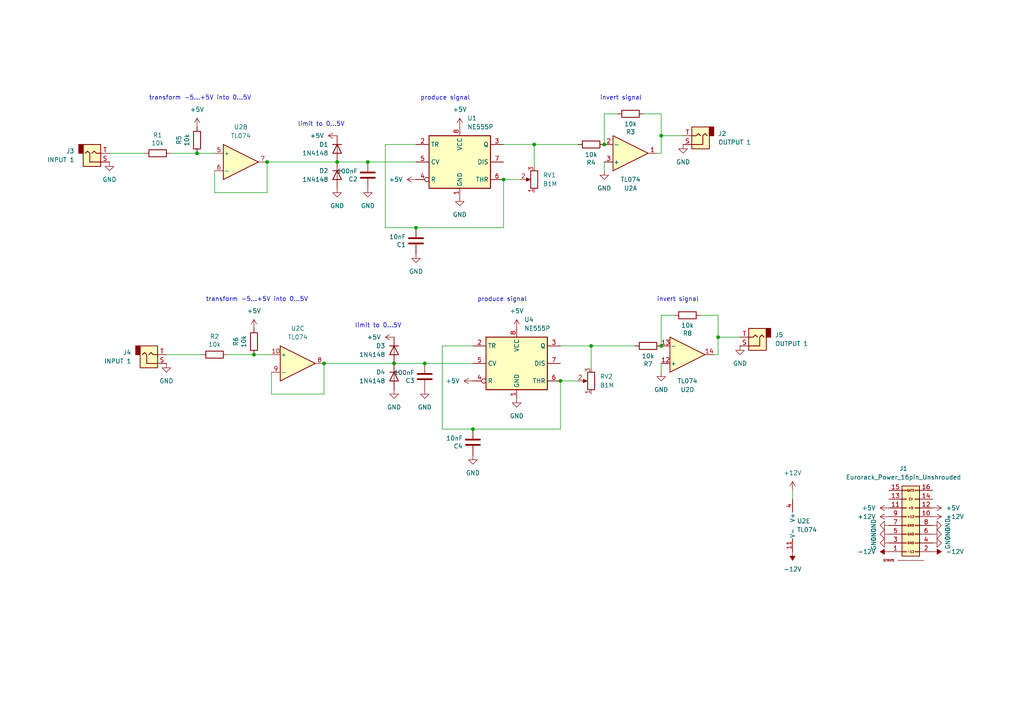
<source format=kicad_sch>
(kicad_sch (version 20230121) (generator eeschema)
  (paper "A4")
  (lib_symbols
    (symbol "4ms_Connector:Eurorack_Power_16pin_Unshrouded" (pin_names (offset 0.0254) hide)
      (property "Reference" "J" (at 0 11.43 0))
      (property "Value" "Eurorack_Power_16pin_Unshrouded" (at 0 13.97 0))
      (symbol "Eurorack_Power_16pin_Unshrouded_0_0"
        (text "+12" (at 0 1.27 0) (effects (font (size 0.635 0.635))))
        (text "+5" (at 0 3.81 0) (effects (font (size 0.635 0.635))))
        (text "-12" (at 0 -8.89 0) (effects (font (size 0.635 0.635))))
        (text "CV" (at 0 6.35 0) (effects (font (size 0.635 0.635))))
        (text "GATE" (at 0 8.89 0) (effects (font (size 0.635 0.635))))
        (text "GND" (at 0 -6.35 0) (effects (font (size 0.635 0.635))))
        (text "GND" (at 0 -3.81 0) (effects (font (size 0.635 0.635))))
        (text "GND" (at 0 -1.27 0) (effects (font (size 0.635 0.635))))
        (text "STRIPE" (at -6.35 -11.43 0) (effects (font (size 0.635 0.635))))
      )
      (symbol "Eurorack_Power_16pin_Unshrouded_0_1"
        (rectangle (start -2.54 -8.763) (end -1.27 -9.017))
        (rectangle (start -2.54 -6.223) (end -1.27 -6.477))
        (rectangle (start -2.54 -3.683) (end -1.27 -3.937))
        (rectangle (start -2.54 -1.143) (end -1.27 -1.397))
        (rectangle (start -2.54 1.397) (end -1.27 1.143))
        (rectangle (start -2.54 3.937) (end -1.27 3.683))
        (rectangle (start -2.54 6.477) (end -1.27 6.223))
        (rectangle (start -2.54 9.017) (end -1.27 8.763))
        (rectangle (start -2.54 10.16) (end 2.54 -10.16) (stroke (width 0.254)) (fill (type background)))
        (polyline (pts (xy -3.81 -11.43) (xy 3.81 -11.43) (xy 1.27 -11.43)))
        (rectangle (start 1.27 -8.763) (end 2.54 -9.017))
        (rectangle (start 1.27 -6.223) (end 2.54 -6.477))
        (rectangle (start 1.27 -3.683) (end 2.54 -3.937))
        (rectangle (start 1.27 -1.143) (end 2.54 -1.397))
        (rectangle (start 1.27 1.397) (end 2.54 1.143))
        (rectangle (start 1.27 3.937) (end 2.54 3.683))
        (rectangle (start 1.27 6.477) (end 2.54 6.223))
        (rectangle (start 1.27 9.017) (end 2.54 8.763))
      )
      (symbol "Eurorack_Power_16pin_Unshrouded_1_1"
        (pin passive line (at -6.35 -8.89 0) (length 3.81) (name "-12V") (number "1"))
        (pin passive line (at 6.35 1.27 180) (length 3.81) (name "+12V") (number "10"))
        (pin passive line (at -6.35 3.81 0) (length 3.81) (name "5V") (number "11"))
        (pin passive line (at 6.35 3.81 180) (length 3.81) (name "5V") (number "12"))
        (pin passive line (at -6.35 6.35 0) (length 3.81) (name "CV") (number "13"))
        (pin passive line (at 6.35 6.35 180) (length 3.81) (name "CV") (number "14"))
        (pin passive line (at -6.35 8.89 0) (length 3.81) (name "GATE") (number "15"))
        (pin passive line (at 6.35 8.89 180) (length 3.81) (name "GATE") (number "16"))
        (pin passive line (at 6.35 -8.89 180) (length 3.81) (name "-12V") (number "2"))
        (pin passive line (at -6.35 -6.35 0) (length 3.81) (name "GND") (number "3"))
        (pin passive line (at 6.35 -6.35 180) (length 3.81) (name "GND") (number "4"))
        (pin passive line (at -6.35 -3.81 0) (length 3.81) (name "GND") (number "5"))
        (pin passive line (at 6.35 -3.81 180) (length 3.81) (name "GND") (number "6"))
        (pin passive line (at -6.35 -1.27 0) (length 3.81) (name "GND") (number "7"))
        (pin passive line (at 6.35 -1.27 180) (length 3.81) (name "GND") (number "8"))
        (pin passive line (at -6.35 1.27 0) (length 3.81) (name "+12V") (number "9"))
      )
    )
    (symbol "Amplifier_Operational:TL074" (pin_names (offset 0.127))
      (property "Reference" "U" (at 0 5.08 0))
      (property "Value" "TL074" (at 0 -5.08 0))
      (symbol "TL074_1_1"
        (polyline (pts (xy -5.08 5.08) (xy 5.08 0) (xy -5.08 -5.08) (xy -5.08 5.08)) (stroke (width 0.254)) (fill (type background)))
        (pin output line (at 7.62 0 180) (length 2.54) (name "~") (number "1"))
        (pin input line (at -7.62 -2.54 0) (length 2.54) (name "-") (number "2"))
        (pin input line (at -7.62 2.54 0) (length 2.54) (name "+") (number "3"))
      )
      (symbol "TL074_2_1"
        (polyline (pts (xy -5.08 5.08) (xy 5.08 0) (xy -5.08 -5.08) (xy -5.08 5.08)) (stroke (width 0.254)) (fill (type background)))
        (pin input line (at -7.62 2.54 0) (length 2.54) (name "+") (number "5"))
        (pin input line (at -7.62 -2.54 0) (length 2.54) (name "-") (number "6"))
        (pin output line (at 7.62 0 180) (length 2.54) (name "~") (number "7"))
      )
      (symbol "TL074_3_1"
        (polyline (pts (xy -5.08 5.08) (xy 5.08 0) (xy -5.08 -5.08) (xy -5.08 5.08)) (stroke (width 0.254)) (fill (type background)))
        (pin input line (at -7.62 2.54 0) (length 2.54) (name "+") (number "10"))
        (pin output line (at 7.62 0 180) (length 2.54) (name "~") (number "8"))
        (pin input line (at -7.62 -2.54 0) (length 2.54) (name "-") (number "9"))
      )
      (symbol "TL074_4_1"
        (polyline (pts (xy -5.08 5.08) (xy 5.08 0) (xy -5.08 -5.08) (xy -5.08 5.08)) (stroke (width 0.254)) (fill (type background)))
        (pin input line (at -7.62 2.54 0) (length 2.54) (name "+") (number "12"))
        (pin input line (at -7.62 -2.54 0) (length 2.54) (name "-") (number "13"))
        (pin output line (at 7.62 0 180) (length 2.54) (name "~") (number "14"))
      )
      (symbol "TL074_5_1"
        (pin power_in line (at -2.54 -7.62 90) (length 3.81) (name "V-") (number "11"))
        (pin power_in line (at -2.54 7.62 270) (length 3.81) (name "V+") (number "4"))
      )
    )
    (symbol "Connector:AudioJack2"
      (property "Reference" "J" (at 0 8.89 0))
      (property "Value" "AudioJack2" (at 0 6.35 0))
      (symbol "AudioJack2_0_1"
        (rectangle (start -3.81 0) (end -2.54 -2.54) (stroke (width 0.254)) (fill (type outline)))
        (rectangle (start -2.54 3.81) (end 2.54 -2.54) (stroke (width 0.254)) (fill (type background)))
        (polyline (pts (xy 0 0) (xy 0.635 -0.635) (xy 1.27 0) (xy 2.54 0)) (stroke (width 0.254)))
        (polyline (pts (xy 2.54 2.54) (xy -0.635 2.54) (xy -0.635 0) (xy -1.27 -0.635) (xy -1.905 0)) (stroke (width 0.254)))
      )
      (symbol "AudioJack2_1_1"
        (pin passive line (at 5.08 2.54 180) (length 2.54) (name "~") (number "S"))
        (pin passive line (at 5.08 0 180) (length 2.54) (name "~") (number "T"))
      )
    )
    (symbol "Device:C" (pin_numbers hide) (pin_names (offset 0.254))
      (property "Reference" "C" (at 0.635 2.54 0))
      (property "Value" "C" (at 0.635 -2.54 0))
      (symbol "C_0_1"
        (polyline (pts (xy -2.032 -0.762) (xy 2.032 -0.762)) (stroke (width 0.508)))
        (polyline (pts (xy -2.032 0.762) (xy 2.032 0.762)) (stroke (width 0.508)))
      )
      (symbol "C_1_1"
        (pin passive line (at 0 3.81 270) (length 2.794) (name "~") (number "1"))
        (pin passive line (at 0 -3.81 90) (length 2.794) (name "~") (number "2"))
      )
    )
    (symbol "Device:R" (pin_numbers hide) (pin_names (offset 0))
      (property "Reference" "R" (at 2.032 0 90))
      (property "Value" "R" (at 0 0 90))
      (symbol "R_0_1"
        (rectangle (start -1.016 -2.54) (end 1.016 2.54) (stroke (width 0.254)))
      )
      (symbol "R_1_1"
        (pin passive line (at 0 3.81 270) (length 1.27) (name "~") (number "1"))
        (pin passive line (at 0 -3.81 90) (length 1.27) (name "~") (number "2"))
      )
    )
    (symbol "Device:R_Potentiometer" (pin_names (offset 1.016) hide)
      (property "Reference" "RV" (at -4.445 0 90))
      (property "Value" "R_Potentiometer" (at -2.54 0 90))
      (symbol "R_Potentiometer_0_1"
        (polyline (pts (xy 2.54 0) (xy 1.524 0)))
        (polyline (pts (xy 1.143 0) (xy 2.286 0.508) (xy 2.286 -0.508) (xy 1.143 0)) (fill (type outline)))
        (rectangle (start 1.016 2.54) (end -1.016 -2.54) (stroke (width 0.254)))
      )
      (symbol "R_Potentiometer_1_1"
        (pin passive line (at 0 3.81 270) (length 1.27) (name "1") (number "1"))
        (pin passive line (at 3.81 0 180) (length 1.27) (name "2") (number "2"))
        (pin passive line (at 0 -3.81 90) (length 1.27) (name "3") (number "3"))
      )
    )
    (symbol "Diode:1N4148" (pin_numbers hide) (pin_names hide)
      (property "Reference" "D" (at 0 2.54 0))
      (property "Value" "1N4148" (at 0 -2.54 0))
      (symbol "1N4148_0_1"
        (polyline (pts (xy -1.27 1.27) (xy -1.27 -1.27)) (stroke (width 0.254)))
        (polyline (pts (xy 1.27 0) (xy -1.27 0)))
        (polyline (pts (xy 1.27 1.27) (xy 1.27 -1.27) (xy -1.27 0) (xy 1.27 1.27)) (stroke (width 0.254)))
      )
      (symbol "1N4148_1_1"
        (pin passive line (at -3.81 0 0) (length 2.54) (name "K") (number "1"))
        (pin passive line (at 3.81 0 180) (length 2.54) (name "A") (number "2"))
      )
    )
    (symbol "Timer:NE555P"
      (property "Reference" "U" (at -10.16 8.89 0))
      (property "Value" "NE555P" (at 2.54 8.89 0))
      (symbol "NE555P_0_0"
        (pin power_in line (at 0 -10.16 90) (length 2.54) (name "GND") (number "1"))
        (pin power_in line (at 0 10.16 270) (length 2.54) (name "VCC") (number "8"))
      )
      (symbol "NE555P_0_1"
        (rectangle (start -8.89 -7.62) (end 8.89 7.62) (stroke (width 0.254)) (fill (type background)))
        (rectangle (start -8.89 -7.62) (end 8.89 7.62) (stroke (width 0.254)) (fill (type background)))
      )
      (symbol "NE555P_1_1"
        (pin input line (at -12.7 5.08 0) (length 3.81) (name "TR") (number "2"))
        (pin output line (at 12.7 5.08 180) (length 3.81) (name "Q") (number "3"))
        (pin input inverted (at -12.7 -5.08 0) (length 3.81) (name "R") (number "4"))
        (pin input line (at -12.7 0 0) (length 3.81) (name "CV") (number "5"))
        (pin input line (at 12.7 -5.08 180) (length 3.81) (name "THR") (number "6"))
        (pin input line (at 12.7 0 180) (length 3.81) (name "DIS") (number "7"))
      )
    )
    (symbol "power:+12V" (power) (pin_names (offset 0))
      (property "Value" "+12V" (at 0 3.556 0))
      (symbol "+12V_0_1"
        (polyline (pts (xy -0.762 1.27) (xy 0 2.54)))
        (polyline (pts (xy 0 0) (xy 0 2.54)))
        (polyline (pts (xy 0 2.54) (xy 0.762 1.27)))
      )
      (symbol "+12V_1_1"
        (pin power_in line (at 0 0 90) (length 0) hide (name "+12V") (number "1"))
      )
    )
    (symbol "power:+5V" (power) (pin_names (offset 0))
      (property "Value" "+5V" (at 0 3.556 0))
      (symbol "+5V_0_1"
        (polyline (pts (xy -0.762 1.27) (xy 0 2.54)))
        (polyline (pts (xy 0 0) (xy 0 2.54)))
        (polyline (pts (xy 0 2.54) (xy 0.762 1.27)))
      )
      (symbol "+5V_1_1"
        (pin power_in line (at 0 0 90) (length 0) hide (name "+5V") (number "1"))
      )
    )
    (symbol "power:-12V" (power) (pin_names (offset 0))
      (property "Value" "-12V" (at 0 3.81 0))
      (symbol "-12V_0_0"
        (pin power_in line (at 0 0 90) (length 0) hide (name "-12V") (number "1"))
      )
      (symbol "-12V_0_1"
        (polyline (pts (xy 0 0) (xy 0 1.27) (xy 0.762 1.27) (xy 0 2.54) (xy -0.762 1.27) (xy 0 1.27)) (fill (type outline)))
      )
    )
    (symbol "power:GND" (power) (pin_names (offset 0))
      (property "Value" "GND" (at 0 -3.81 0))
      (symbol "GND_0_1"
        (polyline (pts (xy 0 0) (xy 0 -1.27) (xy 1.27 -1.27) (xy 0 -2.54) (xy -1.27 -1.27) (xy 0 -1.27)))
      )
      (symbol "GND_1_1"
        (pin power_in line (at 0 0 270) (length 0) hide (name "GND") (number "1"))
      )
    )
  )
  (junction (at 73.66 102.87))
  (junction (at 171.45 100.33))
  (junction (at 57.15 44.45))
  (junction (at 123.19 105.41))
  (junction (at 146.05 52.07))
  (junction (at 93.98 105.41))
  (junction (at 137.16 124.46))
  (junction (at 162.56 110.49))
  (junction (at 154.94 41.91))
  (junction (at 191.77 100.33))
  (junction (at 208.28 97.79))
  (junction (at 106.68 46.99))
  (junction (at 77.47 46.99))
  (junction (at 97.79 46.99))
  (junction (at 120.65 66.04))
  (junction (at 114.3 105.41))
  (junction (at 191.77 39.37))
  (junction (at 175.26 41.91))
  (wire (pts (xy 62.23 55.88) (xy 62.23 49.53)))
  (wire (pts (xy 73.66 102.87) (xy 78.74 102.87)))
  (wire (pts (xy 162.56 124.46) (xy 137.16 124.46)))
  (wire (pts (xy 77.47 46.99) (xy 77.47 55.88)))
  (wire (pts (xy 106.68 46.99) (xy 120.65 46.99)))
  (wire (pts (xy 49.53 44.45) (xy 57.15 44.45)))
  (wire (pts (xy 162.56 110.49) (xy 162.56 124.46)))
  (wire (pts (xy 191.77 33.02) (xy 191.77 39.37)))
  (wire (pts (xy 179.07 33.02) (xy 175.26 33.02)))
  (wire (pts (xy 186.69 33.02) (xy 191.77 33.02)))
  (wire (pts (xy 41.91 44.45) (xy 31.75 44.45)))
  (wire (pts (xy 57.15 44.45) (xy 62.23 44.45)))
  (wire (pts (xy 162.56 110.49) (xy 167.64 110.49)))
  (wire (pts (xy 195.58 91.44) (xy 191.77 91.44)))
  (wire (pts (xy 77.47 55.88) (xy 62.23 55.88)))
  (wire (pts (xy 154.94 41.91) (xy 167.64 41.91)))
  (wire (pts (xy 97.79 46.99) (xy 106.68 46.99)))
  (wire (pts (xy 208.28 97.79) (xy 214.63 97.79)))
  (wire (pts (xy 208.28 102.87) (xy 207.01 102.87)))
  (wire (pts (xy 229.87 142.24) (xy 229.87 144.78)))
  (wire (pts (xy 93.98 114.3) (xy 78.74 114.3)))
  (wire (pts (xy 154.94 41.91) (xy 154.94 48.26)))
  (wire (pts (xy 146.05 52.07) (xy 146.05 66.04)))
  (wire (pts (xy 208.28 97.79) (xy 208.28 102.87)))
  (wire (pts (xy 175.26 33.02) (xy 175.26 41.91)))
  (wire (pts (xy 146.05 66.04) (xy 120.65 66.04)))
  (wire (pts (xy 162.56 100.33) (xy 171.45 100.33)))
  (wire (pts (xy 175.26 46.99) (xy 175.26 49.53)))
  (wire (pts (xy 191.77 105.41) (xy 191.77 107.95)))
  (wire (pts (xy 128.27 124.46) (xy 128.27 100.33)))
  (wire (pts (xy 120.65 66.04) (xy 111.76 66.04)))
  (wire (pts (xy 208.28 91.44) (xy 208.28 97.79)))
  (wire (pts (xy 137.16 124.46) (xy 128.27 124.46)))
  (wire (pts (xy 203.2 91.44) (xy 208.28 91.44)))
  (wire (pts (xy 171.45 100.33) (xy 171.45 106.68)))
  (wire (pts (xy 191.77 91.44) (xy 191.77 100.33)))
  (wire (pts (xy 146.05 41.91) (xy 154.94 41.91)))
  (wire (pts (xy 191.77 44.45) (xy 190.5 44.45)))
  (wire (pts (xy 66.04 102.87) (xy 73.66 102.87)))
  (wire (pts (xy 191.77 39.37) (xy 191.77 44.45)))
  (wire (pts (xy 111.76 41.91) (xy 120.65 41.91)))
  (wire (pts (xy 93.98 105.41) (xy 114.3 105.41)))
  (wire (pts (xy 93.98 105.41) (xy 93.98 114.3)))
  (wire (pts (xy 111.76 66.04) (xy 111.76 41.91)))
  (wire (pts (xy 77.47 46.99) (xy 97.79 46.99)))
  (wire (pts (xy 191.77 39.37) (xy 198.12 39.37)))
  (wire (pts (xy 123.19 105.41) (xy 137.16 105.41)))
  (wire (pts (xy 114.3 105.41) (xy 123.19 105.41)))
  (wire (pts (xy 58.42 102.87) (xy 48.26 102.87)))
  (wire (pts (xy 146.05 52.07) (xy 151.13 52.07)))
  (wire (pts (xy 128.27 100.33) (xy 137.16 100.33)))
  (wire (pts (xy 171.45 100.33) (xy 184.15 100.33)))
  (wire (pts (xy 78.74 114.3) (xy 78.74 107.95)))
  (text "invert signal" (at 173.99 29.21 0) (effects (font (size 1.27 1.27)) (justify left bottom)))
  (text "limit to 0...5V" (at 102.87 95.25 0) (effects (font (size 1.27 1.27)) (justify left bottom)))
  (text "limit to 0...5V" (at 86.36 36.83 0) (effects (font (size 1.27 1.27)) (justify left bottom)))
  (text "produce signal" (at 121.92 29.21 0) (effects (font (size 1.27 1.27)) (justify left bottom)))
  (text "invert signal" (at 190.5 87.63 0) (effects (font (size 1.27 1.27)) (justify left bottom)))
  (text "transform -5...+5V into 0...5V" (at 59.69 87.63 0) (effects (font (size 1.27 1.27)) (justify left bottom)))
  (text "transform -5...+5V into 0...5V" (at 43.18 29.21 0) (effects (font (size 1.27 1.27)) (justify left bottom)))
  (text "produce signal" (at 138.43 87.63 0) (effects (font (size 1.27 1.27)) (justify left bottom)))
  (symbol (lib_id "Diode:1N4148") (at 97.79 50.8 90) (mirror x) (unit 1)
    (property "Reference" "D2" (at 95.25 49.5299 90) (effects (justify left)))
    (property "Value" "1N4148" (at 95.25 52.0699 90) (effects (justify left)))
    (property "Footprint" "Diode_THT:D_DO-35_SOD27_P7.62mm_Horizontal" (effects hide))
    (property "Datasheet" "https://assets.nexperia.com/documents/data-sheet/1N4148_1N4448.pdf" (effects hide))
  )
  (symbol (lib_id "power:+12V") (at 257.81 149.86 90) (unit 1)
    (property "Reference" "#PWR014" (effects hide))
    (property "Value" "+12V" (at 254 149.86 90) (effects (justify left)))
  )
  (symbol (lib_id "power:GND") (at 106.68 54.61 0) (unit 1)
    (property "Reference" "#PWR09" (effects hide))
    (property "Value" "GND" (at 106.68 59.69 0))
  )
  (symbol (lib_id "power:+5V") (at 97.79 39.37 90) (mirror x) (unit 1)
    (property "Reference" "#PWR010" (effects hide))
    (property "Value" "+5V" (at 93.98 39.3699 90) (effects (justify left)))
  )
  (symbol (lib_id "power:GND") (at 120.65 73.66 0) (unit 1)
    (property "Reference" "#PWR08" (effects hide))
    (property "Value" "GND" (at 120.65 78.74 0))
  )
  (symbol (lib_id "Timer:NE555P") (at 149.86 105.41 0) (unit 1)
    (property "Reference" "U4" (at 152.0541 92.71 0) (effects (justify left)))
    (property "Value" "NE555P" (at 152.0541 95.25 0) (effects (justify left)))
    (property "Footprint" "Package_DIP:DIP-8_W7.62mm" (effects hide))
    (property "Datasheet" "http://www.ti.com/lit/ds/symlink/ne555.pdf" (effects hide))
  )
  (symbol (lib_id "power:GND") (at 137.16 132.08 0) (unit 1)
    (property "Reference" "#PWR032" (effects hide))
    (property "Value" "GND" (at 137.16 137.16 0))
  )
  (symbol (lib_id "power:+12V") (at 229.87 142.24 0) (unit 1)
    (property "Reference" "#PWR02" (effects hide))
    (property "Value" "+12V" (at 229.87 137.16 0))
  )
  (symbol (lib_id "Device:R") (at 57.15 40.64 0) (unit 1)
    (property "Reference" "R5" (at 51.8922 40.64 90))
    (property "Value" "10k" (at 54.2036 40.64 90))
    (property "Footprint" "Resistor_THT:R_Axial_DIN0204_L3.6mm_D1.6mm_P7.62mm_Horizontal" (effects hide))
  )
  (symbol (lib_id "Timer:NE555P") (at 133.35 46.99 0) (unit 1)
    (property "Reference" "U1" (at 135.5441 34.29 0) (effects (justify left)))
    (property "Value" "NE555P" (at 135.5441 36.83 0) (effects (justify left)))
    (property "Footprint" "Package_DIP:DIP-8_W7.62mm" (effects hide))
    (property "Datasheet" "http://www.ti.com/lit/ds/symlink/ne555.pdf" (effects hide))
  )
  (symbol (lib_id "power:+5V") (at 270.51 147.32 270) (unit 1)
    (property "Reference" "#PWR019" (effects hide))
    (property "Value" "+5V" (at 274.32 147.3199 90) (effects (justify left)))
  )
  (symbol (lib_id "Device:C") (at 123.19 109.22 180) (unit 1)
    (property "Reference" "C3" (at 120.269 110.3884 0) (effects (justify left)))
    (property "Value" "100nF" (at 120.269 108.077 0) (effects (justify left)))
    (property "Footprint" "Capacitor_THT:C_Disc_D5.0mm_W2.5mm_P5.00mm" (effects hide))
  )
  (symbol (lib_id "4ms_Connector:Eurorack_Power_16pin_Unshrouded") (at 264.16 151.13 0) (unit 1)
    (property "Reference" "J1" (at 262.0533 135.89 0))
    (property "Value" "Eurorack_Power_16pin_Unshrouded" (at 262.0533 138.43 0))
    (property "Footprint" "4ms_Connector:Pins_2x08_2.54mm_TH_EurorackPower" (effects hide))
    (property "Specifications" "Header, Male Pins, 2*8, spacing 2.54mm, straight pin" (effects hide))
    (property "Manufacturer" "TAD" (effects hide))
    (property "Part Number" "1-1602FBV0T" (effects hide))
    (property "Production Stage" "B" (effects hide))
  )
  (symbol (lib_id "Connector:AudioJack2") (at 219.71 97.79 180) (unit 1)
    (property "Reference" "J5" (at 224.79 97.155 0) (effects (justify right)))
    (property "Value" "OUTPUT 1" (at 224.79 99.695 0) (effects (justify right)))
    (property "Footprint" "Connector_Audio:Jack_3.5mm_QingPu_WQP-PJ398SM_Vertical_CircularHoles" (effects hide))
  )
  (symbol (lib_id "power:GND") (at 123.19 113.03 0) (unit 1)
    (property "Reference" "#PWR030" (effects hide))
    (property "Value" "GND" (at 123.19 118.11 0))
  )
  (symbol (lib_id "power:GND") (at 114.3 113.03 0) (mirror y) (unit 1)
    (property "Reference" "#PWR029" (effects hide))
    (property "Value" "GND" (at 114.3 118.11 0))
  )
  (symbol (lib_id "power:-12V") (at 229.87 160.02 180) (unit 1)
    (property "Reference" "#PWR03" (effects hide))
    (property "Value" "-12V" (at 229.87 165.1 0))
  )
  (symbol (lib_id "Connector:AudioJack2") (at 26.67 44.45 0) (mirror x) (unit 1)
    (property "Reference" "J3" (at 21.59 43.8149 0) (effects (justify right)))
    (property "Value" "INPUT 1" (at 21.59 46.3549 0) (effects (justify right)))
    (property "Footprint" "Connector_Audio:Jack_3.5mm_QingPu_WQP-PJ398SM_Vertical_CircularHoles" (effects hide))
  )
  (symbol (lib_id "power:+5V") (at 137.16 110.49 90) (unit 1)
    (property "Reference" "#PWR031" (effects hide))
    (property "Value" "+5V" (at 133.35 110.49 90) (effects (justify left)))
  )
  (symbol (lib_id "power:-12V") (at 270.51 160.02 270) (unit 1)
    (property "Reference" "#PWR024" (effects hide))
    (property "Value" "-12V" (at 274.32 160.02 90) (effects (justify left)))
  )
  (symbol (lib_id "Device:R_Potentiometer") (at 171.45 110.49 180) (unit 1)
    (property "Reference" "RV2" (at 173.99 109.22 0) (effects (justify right)))
    (property "Value" "B1M" (at 173.99 111.76 0) (effects (justify right)))
    (property "Footprint" "Potentiometer_THT:Potentiometer_Alps_RK09K_Single_Vertical" (effects hide))
  )
  (symbol (lib_id "power:+5V") (at 73.66 95.25 0) (mirror y) (unit 1)
    (property "Reference" "#PWR027" (effects hide))
    (property "Value" "+5V" (at 73.66 90.17 0))
  )
  (symbol (lib_id "Device:C") (at 120.65 69.85 180) (unit 1)
    (property "Reference" "C1" (at 117.729 71.0184 0) (effects (justify left)))
    (property "Value" "10nF" (at 117.729 68.707 0) (effects (justify left)))
    (property "Footprint" "Capacitor_THT:C_Disc_D5.0mm_W2.5mm_P5.00mm" (effects hide))
  )
  (symbol (lib_id "Diode:1N4148") (at 114.3 101.6 90) (mirror x) (unit 1)
    (property "Reference" "D3" (at 111.76 100.3299 90) (effects (justify left)))
    (property "Value" "1N4148" (at 111.76 102.8699 90) (effects (justify left)))
    (property "Footprint" "Diode_THT:D_DO-35_SOD27_P7.62mm_Horizontal" (effects hide))
    (property "Datasheet" "https://assets.nexperia.com/documents/data-sheet/1N4148_1N4448.pdf" (effects hide))
  )
  (symbol (lib_id "Connector:AudioJack2") (at 203.2 39.37 180) (unit 1)
    (property "Reference" "J2" (at 208.28 38.735 0) (effects (justify right)))
    (property "Value" "OUTPUT 1" (at 208.28 41.275 0) (effects (justify right)))
    (property "Footprint" "Connector_Audio:Jack_3.5mm_QingPu_WQP-PJ398SM_Vertical_CircularHoles" (effects hide))
  )
  (symbol (lib_id "power:+5V") (at 133.35 36.83 0) (unit 1)
    (property "Reference" "#PWR06" (effects hide))
    (property "Value" "+5V" (at 133.35 31.75 0))
  )
  (symbol (lib_id "power:GND") (at 191.77 107.95 0) (mirror y) (unit 1)
    (property "Reference" "#PWR035" (effects hide))
    (property "Value" "GND" (at 191.77 113.03 0))
  )
  (symbol (lib_id "Device:R") (at 199.39 91.44 270) (mirror x) (unit 1)
    (property "Reference" "R8" (at 199.39 96.6978 90))
    (property "Value" "10k" (at 199.39 94.3864 90))
    (property "Footprint" "Resistor_THT:R_Axial_DIN0204_L3.6mm_D1.6mm_P7.62mm_Horizontal" (effects hide))
  )
  (symbol (lib_id "Device:C") (at 137.16 128.27 180) (unit 1)
    (property "Reference" "C4" (at 134.239 129.4384 0) (effects (justify left)))
    (property "Value" "10nF" (at 134.239 127.127 0) (effects (justify left)))
    (property "Footprint" "Capacitor_THT:C_Disc_D5.0mm_W2.5mm_P5.00mm" (effects hide))
  )
  (symbol (lib_id "power:+5V") (at 120.65 52.07 90) (unit 1)
    (property "Reference" "#PWR05" (effects hide))
    (property "Value" "+5V" (at 116.84 52.07 90) (effects (justify left)))
  )
  (symbol (lib_id "power:GND") (at 48.26 105.41 0) (mirror y) (unit 1)
    (property "Reference" "#PWR026" (effects hide))
    (property "Value" "GND" (at 48.26 110.49 0))
  )
  (symbol (lib_id "power:GND") (at 257.81 152.4 270) (unit 1)
    (property "Reference" "#PWR015" (effects hide))
    (property "Value" "GND" (at 253.4158 152.527 0))
  )
  (symbol (lib_id "power:GND") (at 175.26 49.53 0) (mirror y) (unit 1)
    (property "Reference" "#PWR01" (effects hide))
    (property "Value" "GND" (at 175.26 54.61 0))
  )
  (symbol (lib_id "Diode:1N4148") (at 97.79 43.18 90) (mirror x) (unit 1)
    (property "Reference" "D1" (at 95.25 41.9099 90) (effects (justify left)))
    (property "Value" "1N4148" (at 95.25 44.4499 90) (effects (justify left)))
    (property "Footprint" "Diode_THT:D_DO-35_SOD27_P7.62mm_Horizontal" (effects hide))
    (property "Datasheet" "https://assets.nexperia.com/documents/data-sheet/1N4148_1N4448.pdf" (effects hide))
  )
  (symbol (lib_id "Amplifier_Operational:TL074") (at 86.36 105.41 0) (unit 3)
    (property "Reference" "U2" (at 86.36 95.25 0))
    (property "Value" "TL074" (at 86.36 97.79 0))
    (property "Footprint" "Package_DIP:DIP-14_W7.62mm_Socket_LongPads" (effects hide))
    (property "Datasheet" "http://www.ti.com/lit/ds/symlink/tl071.pdf" (effects hide))
  )
  (symbol (lib_id "power:GND") (at 133.35 57.15 0) (unit 1)
    (property "Reference" "#PWR04" (effects hide))
    (property "Value" "GND" (at 133.35 62.23 0))
  )
  (symbol (lib_id "Connector:AudioJack2") (at 43.18 102.87 0) (mirror x) (unit 1)
    (property "Reference" "J4" (at 38.1 102.2349 0) (effects (justify right)))
    (property "Value" "INPUT 1" (at 38.1 104.7749 0) (effects (justify right)))
    (property "Footprint" "Connector_Audio:Jack_3.5mm_QingPu_WQP-PJ398SM_Vertical_CircularHoles" (effects hide))
  )
  (symbol (lib_id "power:GND") (at 270.51 157.48 90) (unit 1)
    (property "Reference" "#PWR023" (effects hide))
    (property "Value" "GND" (at 274.9042 157.353 0))
  )
  (symbol (lib_id "Amplifier_Operational:TL074") (at 232.41 152.4 0) (unit 5)
    (property "Reference" "U2" (at 231.14 151.13 0) (effects (justify left)))
    (property "Value" "TL074" (at 231.14 153.67 0) (effects (justify left)))
    (property "Footprint" "Package_DIP:DIP-14_W7.62mm_Socket_LongPads" (effects hide))
    (property "Datasheet" "http://www.ti.com/lit/ds/symlink/tl071.pdf" (effects hide))
  )
  (symbol (lib_id "power:GND") (at 97.79 54.61 0) (mirror y) (unit 1)
    (property "Reference" "#PWR011" (effects hide))
    (property "Value" "GND" (at 97.79 59.69 0))
  )
  (symbol (lib_id "power:+12V") (at 270.51 149.86 270) (unit 1)
    (property "Reference" "#PWR020" (effects hide))
    (property "Value" "+12V" (at 274.32 149.86 90) (effects (justify left)))
  )
  (symbol (lib_id "power:GND") (at 31.75 46.99 0) (mirror y) (unit 1)
    (property "Reference" "#PWR012" (effects hide))
    (property "Value" "GND" (at 31.75 52.07 0))
  )
  (symbol (lib_id "Diode:1N4148") (at 114.3 109.22 90) (mirror x) (unit 1)
    (property "Reference" "D4" (at 111.76 107.9499 90) (effects (justify left)))
    (property "Value" "1N4148" (at 111.76 110.4899 90) (effects (justify left)))
    (property "Footprint" "Diode_THT:D_DO-35_SOD27_P7.62mm_Horizontal" (effects hide))
    (property "Datasheet" "https://assets.nexperia.com/documents/data-sheet/1N4148_1N4448.pdf" (effects hide))
  )
  (symbol (lib_id "Device:R") (at 182.88 33.02 270) (mirror x) (unit 1)
    (property "Reference" "R3" (at 182.88 38.2778 90))
    (property "Value" "10k" (at 182.88 35.9664 90))
    (property "Footprint" "Resistor_THT:R_Axial_DIN0204_L3.6mm_D1.6mm_P7.62mm_Horizontal" (effects hide))
  )
  (symbol (lib_id "power:+5V") (at 114.3 97.79 90) (mirror x) (unit 1)
    (property "Reference" "#PWR028" (effects hide))
    (property "Value" "+5V" (at 110.49 97.7899 90) (effects (justify left)))
  )
  (symbol (lib_id "power:+5V") (at 57.15 36.83 0) (mirror y) (unit 1)
    (property "Reference" "#PWR025" (effects hide))
    (property "Value" "+5V" (at 57.15 31.75 0))
  )
  (symbol (lib_id "Device:R") (at 171.45 41.91 270) (mirror x) (unit 1)
    (property "Reference" "R4" (at 171.45 47.1678 90))
    (property "Value" "10k" (at 171.45 44.8564 90))
    (property "Footprint" "Resistor_THT:R_Axial_DIN0204_L3.6mm_D1.6mm_P7.62mm_Horizontal" (effects hide))
  )
  (symbol (lib_id "Device:R") (at 62.23 102.87 270) (unit 1)
    (property "Reference" "R2" (at 62.23 97.6122 90))
    (property "Value" "10k" (at 62.23 99.9236 90))
    (property "Footprint" "Resistor_THT:R_Axial_DIN0204_L3.6mm_D1.6mm_P7.62mm_Horizontal" (effects hide))
  )
  (symbol (lib_id "power:GND") (at 257.81 157.48 270) (unit 1)
    (property "Reference" "#PWR017" (effects hide))
    (property "Value" "GND" (at 253.4158 157.607 0))
  )
  (symbol (lib_id "power:GND") (at 198.12 41.91 0) (unit 1)
    (property "Reference" "#PWR07" (effects hide))
    (property "Value" "GND" (at 198.12 46.99 0))
  )
  (symbol (lib_id "power:GND") (at 270.51 154.94 90) (unit 1)
    (property "Reference" "#PWR022" (effects hide))
    (property "Value" "GND" (at 274.9042 154.813 0))
  )
  (symbol (lib_id "power:GND") (at 214.63 100.33 0) (unit 1)
    (property "Reference" "#PWR036" (effects hide))
    (property "Value" "GND" (at 214.63 105.41 0))
  )
  (symbol (lib_id "Device:R_Potentiometer") (at 154.94 52.07 180) (unit 1)
    (property "Reference" "RV1" (at 157.48 50.8 0) (effects (justify right)))
    (property "Value" "B1M" (at 157.48 53.34 0) (effects (justify right)))
    (property "Footprint" "Potentiometer_THT:Potentiometer_Alps_RK09K_Single_Vertical" (effects hide))
  )
  (symbol (lib_id "Device:C") (at 106.68 50.8 180) (unit 1)
    (property "Reference" "C2" (at 103.759 51.9684 0) (effects (justify left)))
    (property "Value" "100nF" (at 103.759 49.657 0) (effects (justify left)))
    (property "Footprint" "Capacitor_THT:C_Disc_D5.0mm_W2.5mm_P5.00mm" (effects hide))
  )
  (symbol (lib_id "power:-12V") (at 257.81 160.02 90) (unit 1)
    (property "Reference" "#PWR018" (effects hide))
    (property "Value" "-12V" (at 254 160.02 90) (effects (justify left)))
  )
  (symbol (lib_id "power:GND") (at 257.81 154.94 270) (unit 1)
    (property "Reference" "#PWR016" (effects hide))
    (property "Value" "GND" (at 253.4158 155.067 0))
  )
  (symbol (lib_id "Device:R") (at 187.96 100.33 270) (mirror x) (unit 1)
    (property "Reference" "R7" (at 187.96 105.5878 90))
    (property "Value" "10k" (at 187.96 103.2764 90))
    (property "Footprint" "Resistor_THT:R_Axial_DIN0204_L3.6mm_D1.6mm_P7.62mm_Horizontal" (effects hide))
  )
  (symbol (lib_id "power:+5V") (at 257.81 147.32 90) (unit 1)
    (property "Reference" "#PWR013" (effects hide))
    (property "Value" "+5V" (at 254 147.32 90) (effects (justify left)))
  )
  (symbol (lib_id "Device:R") (at 73.66 99.06 0) (unit 1)
    (property "Reference" "R6" (at 68.4022 99.06 90))
    (property "Value" "10k" (at 70.7136 99.06 90))
    (property "Footprint" "Resistor_THT:R_Axial_DIN0204_L3.6mm_D1.6mm_P7.62mm_Horizontal" (effects hide))
  )
  (symbol (lib_id "Amplifier_Operational:TL074") (at 69.85 46.99 0) (unit 2)
    (property "Reference" "U2" (at 69.85 36.83 0))
    (property "Value" "TL074" (at 69.85 39.37 0))
    (property "Footprint" "Package_DIP:DIP-14_W7.62mm_Socket_LongPads" (effects hide))
    (property "Datasheet" "http://www.ti.com/lit/ds/symlink/tl071.pdf" (effects hide))
  )
  (symbol (lib_id "Amplifier_Operational:TL074") (at 199.39 102.87 0) (mirror x) (unit 4)
    (property "Reference" "U2" (at 199.39 113.03 0))
    (property "Value" "TL074" (at 199.39 110.49 0))
    (property "Footprint" "Package_DIP:DIP-14_W7.62mm_Socket_LongPads" (effects hide))
    (property "Datasheet" "http://www.ti.com/lit/ds/symlink/tl071.pdf" (effects hide))
  )
  (symbol (lib_id "power:+5V") (at 149.86 95.25 0) (unit 1)
    (property "Reference" "#PWR033" (effects hide))
    (property "Value" "+5V" (at 149.86 90.17 0))
  )
  (symbol (lib_id "Device:R") (at 45.72 44.45 270) (unit 1)
    (property "Reference" "R1" (at 45.72 39.1922 90))
    (property "Value" "10k" (at 45.72 41.5036 90))
    (property "Footprint" "Resistor_THT:R_Axial_DIN0204_L3.6mm_D1.6mm_P7.62mm_Horizontal" (effects hide))
  )
  (symbol (lib_id "Amplifier_Operational:TL074") (at 182.88 44.45 0) (mirror x) (unit 1)
    (property "Reference" "U2" (at 182.88 54.61 0))
    (property "Value" "TL074" (at 182.88 52.07 0))
    (property "Footprint" "Package_DIP:DIP-14_W7.62mm_Socket_LongPads" (effects hide))
    (property "Datasheet" "http://www.ti.com/lit/ds/symlink/tl071.pdf" (effects hide))
  )
  (symbol (lib_id "power:GND") (at 270.51 152.4 90) (unit 1)
    (property "Reference" "#PWR021" (effects hide))
    (property "Value" "GND" (at 274.9042 152.273 0))
  )
  (symbol (lib_id "power:GND") (at 149.86 115.57 0) (unit 1)
    (property "Reference" "#PWR034" (effects hide))
    (property "Value" "GND" (at 149.86 120.65 0))
  )
)
</source>
